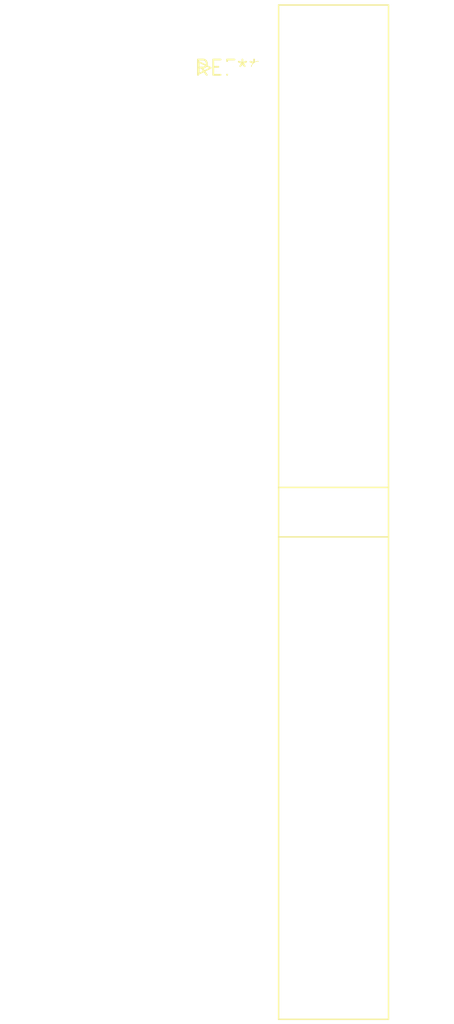
<source format=kicad_pcb>
(kicad_pcb (version 20240108) (generator pcbnew)
  (layers (0 "F.Cu" signal) (31 "B.Cu" signal) (34 "B.Paste" user) (35 "F.Paste" user) (36 "B.SilkS" user "B.Silkscreen") (37 "F.SilkS" user "F.Silkscreen") (38 "B.Mask" user) (39 "F.Mask" user) (44 "Edge.Cuts" user))
  (net 0 "")
  (footprint "IDC-Header_2x30_P2.54mm_Horizontal" (layer "F.Cu") (at 0 0)
    (property "Reference" "REF**")
    (property "Value" "IDC-Header_2x30_P2.54mm_Horizontal")
    (fp_line (start -2.35 -0.5) (end -2.35 0.5) (layer "F.SilkS") (stroke (width 0.12)))
    (fp_line (start -2.35 0.5) (end -1.35 0) (layer "F.SilkS") (stroke (width 0.12)))
    (fp_line (start -1.35 0) (end -2.35 -0.5) (layer "F.SilkS") (stroke (width 0.12)))
    (fp_line (start 4.27 -5.21) (end 13.39 -5.21) (layer "F.SilkS") (stroke (width 0.12)))
    (fp_line (start 4.27 34.78) (end 13.39 34.78) (layer "F.SilkS") (stroke (width 0.12)))
    (fp_line (start 4.27 38.88) (end 13.39 38.88) (layer "F.SilkS") (stroke (width 0.12)))
    (fp_line (start 4.27 78.87) (end 4.27 -5.21) (layer "F.SilkS") (stroke (width 0.12)))
    (fp_line (start 13.39 -5.21) (end 13.39 78.87) (layer "F.SilkS") (stroke (width 0.12)))
    (fp_line (start 13.39 78.87) (end 4.27 78.87) (layer "F.SilkS") (stroke (width 0.12)))
    (pad "1" thru_hole roundrect (at 0 0) (size 1.7 1.7) (drill 1) (layers *.Cu *.Mask) (remove_unused_layers) (roundrect_rratio 0.147059))
    (pad "2" thru_hole circle (at 2.54 0) (size 1.7 1.7) (drill 1) (layers *.Cu *.Mask) (remove_unused_layers))
    (pad "3" thru_hole circle (at 0 2.54) (size 1.7 1.7) (drill 1) (layers *.Cu *.Mask) (remove_unused_layers))
    (pad "4" thru_hole circle (at 2.54 2.54) (size 1.7 1.7) (drill 1) (layers *.Cu *.Mask) (remove_unused_layers))
    (pad "5" thru_hole circle (at 0 5.08) (size 1.7 1.7) (drill 1) (layers *.Cu *.Mask) (remove_unused_layers))
    (pad "6" thru_hole circle (at 2.54 5.08) (size 1.7 1.7) (drill 1) (layers *.Cu *.Mask) (remove_unused_layers))
    (pad "7" thru_hole circle (at 0 7.62) (size 1.7 1.7) (drill 1) (layers *.Cu *.Mask) (remove_unused_layers))
    (pad "8" thru_hole circle (at 2.54 7.62) (size 1.7 1.7) (drill 1) (layers *.Cu *.Mask) (remove_unused_layers))
    (pad "9" thru_hole circle (at 0 10.16) (size 1.7 1.7) (drill 1) (layers *.Cu *.Mask) (remove_unused_layers))
    (pad "10" thru_hole circle (at 2.54 10.16) (size 1.7 1.7) (drill 1) (layers *.Cu *.Mask) (remove_unused_layers))
    (pad "11" thru_hole circle (at 0 12.7) (size 1.7 1.7) (drill 1) (layers *.Cu *.Mask) (remove_unused_layers))
    (pad "12" thru_hole circle (at 2.54 12.7) (size 1.7 1.7) (drill 1) (layers *.Cu *.Mask) (remove_unused_layers))
    (pad "13" thru_hole circle (at 0 15.24) (size 1.7 1.7) (drill 1) (layers *.Cu *.Mask) (remove_unused_layers))
    (pad "14" thru_hole circle (at 2.54 15.24) (size 1.7 1.7) (drill 1) (layers *.Cu *.Mask) (remove_unused_layers))
    (pad "15" thru_hole circle (at 0 17.78) (size 1.7 1.7) (drill 1) (layers *.Cu *.Mask) (remove_unused_layers))
    (pad "16" thru_hole circle (at 2.54 17.78) (size 1.7 1.7) (drill 1) (layers *.Cu *.Mask) (remove_unused_layers))
    (pad "17" thru_hole circle (at 0 20.32) (size 1.7 1.7) (drill 1) (layers *.Cu *.Mask) (remove_unused_layers))
    (pad "18" thru_hole circle (at 2.54 20.32) (size 1.7 1.7) (drill 1) (layers *.Cu *.Mask) (remove_unused_layers))
    (pad "19" thru_hole circle (at 0 22.86) (size 1.7 1.7) (drill 1) (layers *.Cu *.Mask) (remove_unused_layers))
    (pad "20" thru_hole circle (at 2.54 22.86) (size 1.7 1.7) (drill 1) (layers *.Cu *.Mask) (remove_unused_layers))
    (pad "21" thru_hole circle (at 0 25.4) (size 1.7 1.7) (drill 1) (layers *.Cu *.Mask) (remove_unused_layers))
    (pad "22" thru_hole circle (at 2.54 25.4) (size 1.7 1.7) (drill 1) (layers *.Cu *.Mask) (remove_unused_layers))
    (pad "23" thru_hole circle (at 0 27.94) (size 1.7 1.7) (drill 1) (layers *.Cu *.Mask) (remove_unused_layers))
    (pad "24" thru_hole circle (at 2.54 27.94) (size 1.7 1.7) (drill 1) (layers *.Cu *.Mask) (remove_unused_layers))
    (pad "25" thru_hole circle (at 0 30.48) (size 1.7 1.7) (drill 1) (layers *.Cu *.Mask) (remove_unused_layers))
    (pad "26" thru_hole circle (at 2.54 30.48) (size 1.7 1.7) (drill 1) (layers *.Cu *.Mask) (remove_unused_layers))
    (pad "27" thru_hole circle (at 0 33.02) (size 1.7 1.7) (drill 1) (layers *.Cu *.Mask) (remove_unused_layers))
    (pad "28" thru_hole circle (at 2.54 33.02) (size 1.7 1.7) (drill 1) (layers *.Cu *.Mask) (remove_unused_layers))
    (pad "29" thru_hole circle (at 0 35.56) (size 1.7 1.7) (drill 1) (layers *.Cu *.Mask) (remove_unused_layers))
    (pad "30" thru_hole circle (at 2.54 35.56) (size 1.7 1.7) (drill 1) (layers *.Cu *.Mask) (remove_unused_layers))
    (pad "31" thru_hole circle (at 0 38.1) (size 1.7 1.7) (drill 1) (layers *.Cu *.Mask) (remove_unused_layers))
    (pad "32" thru_hole circle (at 2.54 38.1) (size 1.7 1.7) (drill 1) (layers *.Cu *.Mask) (remove_unused_layers))
    (pad "33" thru_hole circle (at 0 40.64) (size 1.7 1.7) (drill 1) (layers *.Cu *.Mask) (remove_unused_layers))
    (pad "34" thru_hole circle (at 2.54 40.64) (size 1.7 1.7) (drill 1) (layers *.Cu *.Mask) (remove_unused_layers))
    (pad "35" thru_hole circle (at 0 43.18) (size 1.7 1.7) (drill 1) (layers *.Cu *.Mask) (remove_unused_layers))
    (pad "36" thru_hole circle (at 2.54 43.18) (size 1.7 1.7) (drill 1) (layers *.Cu *.Mask) (remove_unused_layers))
    (pad "37" thru_hole circle (at 0 45.72) (size 1.7 1.7) (drill 1) (layers *.Cu *.Mask) (remove_unused_layers))
    (pad "38" thru_hole circle (at 2.54 45.72) (size 1.7 1.7) (drill 1) (layers *.Cu *.Mask) (remove_unused_layers))
    (pad "39" thru_hole circle (at 0 48.26) (size 1.7 1.7) (drill 1) (layers *.Cu *.Mask) (remove_unused_layers))
    (pad "40" thru_hole circle (at 2.54 48.26) (size 1.7 1.7) (drill 1) (layers *.Cu *.Mask) (remove_unused_layers))
    (pad "41" thru_hole circle (at 0 50.8) (size 1.7 1.7) (drill 1) (layers *.Cu *.Mask) (remove_unused_layers))
    (pad "42" thru_hole circle (at 2.54 50.8) (size 1.7 1.7) (drill 1) (layers *.Cu *.Mask) (remove_unused_layers))
    (pad "43" thru_hole circle (at 0 53.34) (size 1.7 1.7) (drill 1) (layers *.Cu *.Mask) (remove_unused_layers))
    (pad "44" thru_hole circle (at 2.54 53.34) (size 1.7 1.7) (drill 1) (layers *.Cu *.Mask) (remove_unused_layers))
    (pad "45" thru_hole circle (at 0 55.88) (size 1.7 1.7) (drill 1) (layers *.Cu *.Mask) (remove_unused_layers))
    (pad "46" thru_hole circle (at 2.54 55.88) (size 1.7 1.7) (drill 1) (layers *.Cu *.Mask) (remove_unused_layers))
    (pad "47" thru_hole circle (at 0 58.42) (size 1.7 1.7) (drill 1) (layers *.Cu *.Mask) (remove_unused_layers))
    (pad "48" thru_hole circle (at 2.54 58.42) (size 1.7 1.7) (drill 1) (layers *.Cu *.Mask) (remove_unused_layers))
    (pad "49" thru_hole circle (at 0 60.96) (size 1.7 1.7) (drill 1) (layers *.Cu *.Mask) (remove_unused_layers))
    (pad "50" thru_hole circle (at 2.54 60.96) (size 1.7 1.7) (drill 1) (layers *.Cu *.Mask) (remove_unused_layers))
    (pad "51" thru_hole circle (at 0 63.5) (size 1.7 1.7) (drill 1) (layers *.Cu *.Mask) (remove_unused_layers))
    (pad "52" thru_hole circle (at 2.54 63.5) (size 1.7 1.7) (drill 1) (layers *.Cu *.Mask) (remove_unused_layers))
    (pad "53" thru_hole circle (at 0 66.04) (size 1.7 1.7) (drill 1) (layers *.Cu *.Mask) (remove_unused_layers))
    (pad "54" thru_hole circle (at 2.54 66.04) (size 1.7 1.7) (drill 1) (layers *.Cu *.Mask) (remove_unused_layers))
    (pad "55" thru_hole circle (at 0 68.58) (size 1.7 1.7) (drill 1) (layers *.Cu *.Mask) (remove_unused_layers))
    (pad "56" thru_hole circle (at 2.54 68.58) (size 1.7 1.7) (drill 1) (layers *.Cu *.Mask) (remove_unused_layers))
    (pad "57" thru_hole circle (at 0 71.12) (size 1.7 1.7) (drill 1) (layers *.Cu *.Mask) (remove_unused_layers))
    (pad "58" thru_hole circle (at 2.54 71.12) (size 1.7 1.7) (drill 1) (layers *.Cu *.Mask) (remove_unused_layers))
    (pad "59" thru_hole circle (at 0 73.66) (size 1.7 1.7) (drill 1) (layers *.Cu *.Mask) (remove_unused_layers))
    (pad "60" thru_hole circle (at 2.54 73.66) (size 1.7 1.7) (drill 1) (layers *.Cu *.Mask) (remove_unused_layers))
  )
)
</source>
